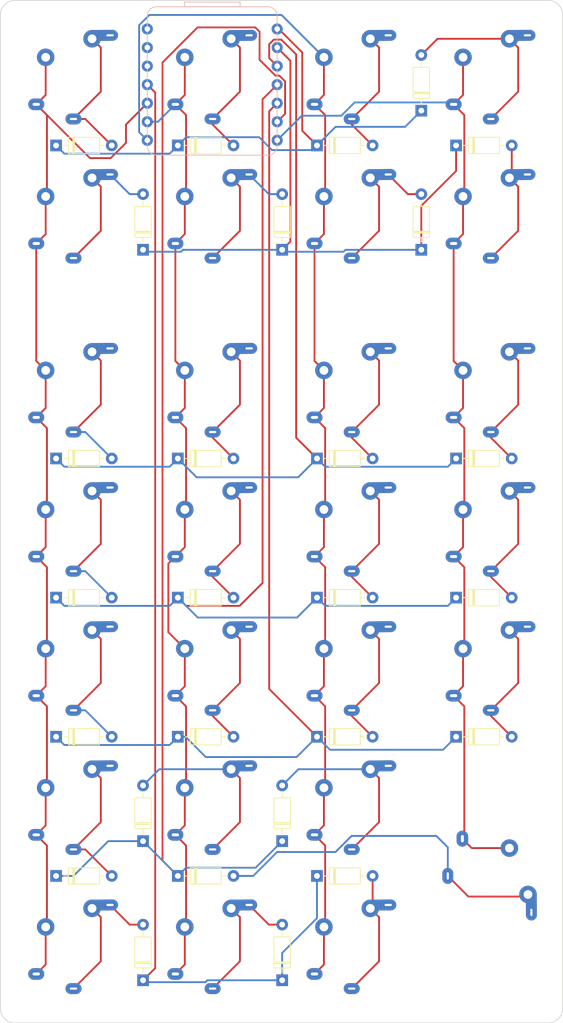
<source format=kicad_pcb>
(kicad_pcb (version 20221018) (generator pcbnew)
  (layers (0 "F.Cu" signal) (31 "B.Cu" signal) (34 "B.Paste" user) (35 "F.Paste" user) (36 "B.SilkS" user "B.Silkscreen") (37 "F.SilkS" user "F.Silkscreen") (38 "B.Mask" user) (39 "F.Mask" user) (44 "Edge.Cuts" user))
  (net 0 "")
  (net 1 "ROW1")
  (net 2 "Net-(D1-A)")
  (net 3 "Net-(D2-A)")
  (net 4 "Net-(D3-A)")
  (net 5 "Net-(D4-A)")
  (net 6 "ROW2")
  (net 7 "Net-(D5-A)")
  (net 8 "Net-(D6-A)")
  (net 9 "Net-(D7-A)")
  (net 10 "Net-(D8-A)")
  (net 11 "ROW3")
  (net 12 "Net-(D9-A)")
  (net 13 "Net-(D10-A)")
  (net 14 "Net-(D11-A)")
  (net 15 "Net-(D12-A)")
  (net 16 "ROW4")
  (net 17 "Net-(D13-A)")
  (net 18 "Net-(D14-A)")
  (net 19 "Net-(D15-A)")
  (net 20 "Net-(D16-A)")
  (net 21 "ROW5")
  (net 22 "Net-(D17-A)")
  (net 23 "Net-(D18-A)")
  (net 24 "Net-(D19-A)")
  (net 25 "Net-(D20-A)")
  (net 26 "ROW6")
  (net 27 "Net-(D21-A)")
  (net 28 "Net-(D22-A)")
  (net 29 "Net-(D23-A)")
  (net 30 "Net-(D24-A)")
  (net 31 "ROW7")
  (net 32 "Net-(D25-A)")
  (net 33 "Net-(D26-A)")
  (net 34 "Net-(D27-A)")
  (net 35 "COL1")
  (net 36 "COL2")
  (net 37 "COL3")
  (net 38 "COL4")
  (net 39 "VCC")
  (net 40 "GND")
  (footprint "Diode_THT:D_DO-35_SOD27_P7.62mm_Horizontal" (layer "F.Cu") (at 152.4 42.8625)
    (fp_text reference "D8" hide)
    (fp_text value "1N4448" hide)
  )
  (footprint "foostan/kbd:CherryMX_ChocV2_1u" (layer "F.Cu") (at 138.1125 133.35)
    (fp_text reference "SW23" hide)
    (fp_text value "SW_PUSH" hide)
  )
  (footprint "foostan/kbd:CherryMX_ChocV2_1u" (layer "F.Cu") (at 157.1625 33.3375)
    (fp_text reference "SW4" hide)
    (fp_text value "SW_PUSH" hide)
  )
  (footprint "Diode_THT:D_DO-35_SOD27_P7.62mm_Horizontal" (layer "F.Cu") (at 97.63125 142.875)
    (fp_text reference "D21" hide)
    (fp_text value "1N4448" hide)
  )
  (footprint "foostan/kbd:CherryMX_ChocV2_1u" (layer "F.Cu") (at 119.0625 152.4)
    (fp_text reference "SW26" hide)
    (fp_text value "SW_PUSH" hide)
  )
  (footprint "Diode_THT:D_DO-35_SOD27_P7.62mm_Horizontal" (layer "F.Cu") (at 128.5875 57.15 90)
    (fp_text reference "D6" hide)
    (fp_text value "1N4448" hide)
  )
  (footprint "Diode_THT:D_DO-35_SOD27_P7.62mm_Horizontal" (layer "F.Cu") (at 114.3 104.775)
    (fp_text reference "D14" hide)
    (fp_text value "1N4448" hide)
  )
  (footprint "Diode_THT:D_DO-35_SOD27_P7.62mm_Horizontal" (layer "F.Cu") (at 97.63125 104.775)
    (fp_text reference "D13" hide)
    (fp_text value "1N4448" hide)
  )
  (footprint "foostan/kbd:CherryMX_ChocV2_1u" (layer "F.Cu") (at 138.1125 114.3)
    (fp_text reference "SW19" hide)
    (fp_text value "SW_PUSH" hide)
  )
  (footprint "foostan/kbd:CherryMX_ChocV2_1u" (layer "F.Cu") (at 119.0625 95.25)
    (fp_text reference "SW14" hide)
    (fp_text value "SW_PUSH" hide)
  )
  (footprint "Diode_THT:D_DO-35_SOD27_P7.62mm_Horizontal" (layer "F.Cu") (at 147.6375 57.15 90)
    (fp_text reference "D7" hide)
    (fp_text value "1N4448" hide)
  )
  (footprint "foostan/kbd:CherryMX_ChocV2_1u" (layer "F.Cu") (at 119.0625 33.3375)
    (fp_text reference "SW2" hide)
    (fp_text value "SW_PUSH" hide)
  )
  (footprint "foostan/kbd:CherryMX_ChocV2_1u" (layer "F.Cu") (at 157.1625 95.25)
    (fp_text reference "SW16" hide)
    (fp_text value "SW_PUSH" hide)
  )
  (footprint "xiao:CherryMX_ChocV2_1u_with_2u_stabilizer" (layer "F.Cu") (at 157.1625 142.875 -90)
    (fp_text reference "SW24" hide)
    (fp_text value "SW_PUSH" hide)
  )
  (footprint "Diode_THT:D_DO-35_SOD27_P7.62mm_Horizontal" (layer "F.Cu") (at 152.4 85.725)
    (fp_text reference "D12" hide)
    (fp_text value "1N4448" hide)
  )
  (footprint "MountingHole:MountingHole_2.2mm_M2" (layer "F.Cu") (at 145.25625 142.875)
    (fp_text reference "H7" hide)
    (fp_text value "MountingHole" hide)
  )
  (footprint "foostan/kbd:CherryMX_ChocV2_1u" (layer "F.Cu") (at 157.1625 114.3)
    (fp_text reference "SW20" hide)
    (fp_text value "SW_PUSH" hide)
  )
  (footprint "foostan/kbd:CherryMX_ChocV2_1u" (layer "F.Cu") (at 138.1125 33.3375)
    (fp_text reference "SW3" hide)
    (fp_text value "SW_PUSH" hide)
  )
  (footprint "Diode_THT:D_DO-35_SOD27_P7.62mm_Horizontal" (layer "F.Cu") (at 109.5375 57.15 90)
    (fp_text reference "D5" hide)
    (fp_text value "1N4448" hide)
  )
  (footprint "foostan/kbd:CherryMX_ChocV2_1u" (layer "F.Cu") (at 157.1625 76.2)
    (fp_text reference "SW12" hide)
    (fp_text value "SW_PUSH" hide)
  )
  (footprint "foostan/kbd:CherryMX_ChocV2_1u" (layer "F.Cu") (at 119.0625 76.2)
    (fp_text reference "SW10" hide)
    (fp_text value "SW_PUSH" hide)
  )
  (footprint "MountingHole:MountingHole_2.2mm_M2" (layer "F.Cu") (at 164.30625 85.725)
    (fp_text reference "H5" hide)
    (fp_text value "MountingHole" hide)
  )
  (footprint "Diode_THT:D_DO-35_SOD27_P7.62mm_Horizontal" (layer "F.Cu") (at 97.63125 42.8625)
    (fp_text reference "D1" hide)
    (fp_text value "1N4448" hide)
  )
  (footprint "MountingHole:MountingHole_2.2mm_M2" (layer "F.Cu") (at 128.5875 85.725)
    (fp_text reference "H8" hide)
    (fp_text value "MountingHole" hide)
  )
  (footprint "Diode_THT:D_DO-35_SOD27_P7.62mm_Horizontal" (layer "F.Cu") (at 128.5875 138.1125 90)
    (fp_text reference "D23" hide)
    (fp_text value "1N4448" hide)
  )
  (footprint "Diode_THT:D_DO-35_SOD27_P7.62mm_Horizontal" (layer "F.Cu") (at 128.5875 157.1625 90)
    (fp_text reference "D26" hide)
    (fp_text value "1N4448" hide)
  )
  (footprint "Diode_THT:D_DO-35_SOD27_P7.62mm_Horizontal" (layer "F.Cu") (at 114.3 142.875)
    (fp_text reference "D24" hide)
    (fp_text value "1N4448" hide)
  )
  (footprint "Diode_THT:D_DO-35_SOD27_P7.62mm_Horizontal" (layer "F.Cu") (at 133.35 42.8625)
    (fp_text reference "D3" hide)
    (fp_text value "1N4448" hide)
  )
  (footprint "foostan/kbd:CherryMX_ChocV2_1u" (layer "F.Cu") (at 100.0125 33.3375)
    (fp_text reference "SW1" hide)
    (fp_text value "SW_PUSH" hide)
  )
  (footprint "MountingHole:MountingHole_2.2mm_M2" (layer "F.Cu") (at 164.30625 123.825)
    (fp_text reference "H6" hide)
    (fp_text value "MountingHole" hide)
  )
  (footprint "Diode_THT:D_DO-35_SOD27_P7.62mm_Horizontal" (layer "F.Cu") (at 109.5375 138.1125 90)
    (fp_text reference "D22" hide)
    (fp_text value "1N4448" hide)
  )
  (footprint "foostan/kbd:CherryMX_ChocV2_1u" (layer "F.Cu") (at 100.0125 76.2)
    (fp_text reference "SW9" hide)
    (fp_text value "SW_PUSH" hide)
  )
  (footprint "Diode_THT:D_DO-35_SOD27_P7.62mm_Horizontal" (layer "F.Cu") (at 133.35 85.725)
    (fp_text reference "D11" hide)
    (fp_text value "1N4448" hide)
  )
  (footprint "Diode_THT:D_DO-35_SOD27_P7.62mm_Horizontal" (layer "F.Cu") (at 147.6375 38.1 90)
    (fp_text reference "D4" hide)
    (fp_text value "1N4448" hide)
  )
  (footprint "Diode_THT:D_DO-35_SOD27_P7.62mm_Horizontal" (layer "F.Cu") (at 97.63125 123.825)
    (fp_text reference "D17" hide)
    (fp_text value "1N4448" hide)
  )
  (footprint "foostan/kbd:CherryMX_ChocV2_1u" (layer "F.Cu") (at 138.1125 152.4)
    (fp_text reference "SW27" hide)
    (fp_text value "SW_PUSH" hide)
  )
  (footprint "foostan/kbd:CherryMX_ChocV2_1u" (layer "F.Cu") (at 119.0625 114.3)
    (fp_text reference "SW18" hide)
    (fp_text value "SW_PUSH" hide)
  )
  (footprint "foostan/kbd:CherryMX_ChocV2_1u" (layer "F.Cu") (at 138.1125 76.2)
    (fp_text reference "SW11" hide)
    (fp_text value "SW_PUSH" hide)
  )
  (footprint "Diode_THT:D_DO-35_SOD27_P7.62mm_Horizontal" (layer "F.Cu") (at 152.4 123.825)
    (fp_text reference "D20" hide)
    (fp_text value "1N4448" hide)
  )
  (footprint "foostan/kbd:CherryMX_ChocV2_1u" (layer "F.Cu") (at 100.0125 152.4)
    (fp_text reference "SW25" hide)
    (fp_text value "SW_PUSH" hide)
  )
  (footprint "foostan/kbd:CherryMX_ChocV2_1u" (layer "F.Cu") (at 119.0625 52.3875)
    (fp_text reference "SW6" hide)
    (fp_text value "SW_PUSH" hide)
  )
  (footprint "foostan/kbd:CherryMX_ChocV2_1u" (layer "F.Cu") (at 138.1125 95.25)
    (fp_text reference "SW15" hide)
    (fp_text value "SW_PUSH" hide)
  )
  (footprint "foostan/kbd:CherryMX_ChocV2_1u" (layer "F.Cu") (at 100.0125 52.3875)
    (fp_text reference "SW5" hide)
    (fp_text value "SW_PUSH" hide)
  )
  (footprint "foostan/kbd:CherryMX_ChocV2_1u" (layer "F.Cu") (at 119.0625 133.35)
    (fp_text reference "SW22" hide)
    (fp_text value "SW_PUSH" hide)
  )
  (footprint "foostan/kbd:CherryMX_ChocV2_1u" (layer "F.Cu") (at 100.0125 114.3)
    (fp_text reference "SW17" hide)
    (fp_text value "SW_PUSH" hide)
  )
  (footprint "Diode_THT:D_DO-35_SOD27_P7.62mm_Horizontal" (layer "F.Cu") (at 133.35 123.825)
    (fp_text reference "D19" hide)
    (fp_text value "1N4448" hide)
  )
  (footprint "Diode_THT:D_DO-35_SOD27_P7.62mm_Horizontal" (layer "F.Cu") (at 97.63125 85.725)
    (fp_text reference "D9" hide)
    (fp_text value "1N4448" hide)
  )
  (footprint "MountingHole:MountingHole_2.2mm_M2" (layer "F.Cu") (at 92.86875 85.725)
    (fp_text reference "H2" hide)
    (fp_text value "MountingHole" hide)
  )
  (footprint "Diode_THT:D_DO-35_SOD27_P7.62mm_Horizontal" (layer "F.Cu") (at 109.5375 157.1625 90)
    (fp_text reference "D25" hide)
    (fp_text value "1N4448" hide)
  )
  (footprint "Diode_THT:D_DO-35_SOD27_P7.62mm_Horizontal" (layer "F.Cu") (at 114.3 85.725)
    (fp_text reference "D10" hide)
    (fp_text value "1N4448" hide)
  )
  (footprint "Diode_THT:D_DO-35_SOD27_P7.62mm_Horizontal" (layer "F.Cu") (at 133.35 104.775)
    (fp_text reference "D15" hide)
    (fp_text value "1N4448" hide)
  )
  (footprint "foostan/kbd:CherryMX_ChocV2_1u" (layer "F.Cu") (at 100.0125 95.25)
    (fp_text reference "SW13" hide)
    (fp_text value "SW_PUSH" hide)
  )
  (footprint "MountingHole:MountingHole_2.2mm_M2" (layer "F.Cu") (at 92.86875 42.8625)
    (fp_text reference "H1" hide)
    (fp_text value "MountingHole" hide)
  )
  (footprint "Diode_THT:D_DO-35_SOD27_P7.62mm_Horizontal" (layer "F.Cu") (at 133.35 142.875)
    (fp_text reference "D27" hide)
    (fp_text value "1N4448" hide)
  )
  (footprint "foostan/kbd:CherryMX_ChocV2_1u" (layer "F.Cu") (at 138.1125 52.3875)
    (fp_text reference "SW7" hide)
    (fp_text value "SW_PUSH" hide)
  )
  (footprint "Diode_THT:D_DO-35_SOD27_P7.62mm_Horizontal" (layer "F.Cu") (at 152.4 104.775)
    (fp_text reference "D16" hide)
    (fp_text value "1N4448" hide)
  )
  (footprint "Diode_THT:D_DO-35_SOD27_P7.62mm_Horizontal" (layer "F.Cu") (at 114.3 42.8625)
    (fp_text reference "D2" hide)
    (fp_text value "1N4448" hide)
  )
  (footprint "MountingHole:MountingHole_2.2mm_M2" (layer "F.Cu") (at 164.30625 42.8625)
    (fp_text reference "H4" hide)
    (fp_text value "MountingHole" hide)
  )
  (footprint "MountingHole:MountingHole_2.2mm_M2" (layer "F.Cu") (at 92.86875 142.875)
    (fp_text reference "H3" hide)
    (fp_text value "MountingHole" hide)
  )
  (footprint "foostan/kbd:CherryMX_ChocV2_1u" (layer "F.Cu") (at 157.1625 52.3875)
    (fp_text reference "SW8" hide)
    (fp_text value "SW_PUSH" hide)
  )
  (footprint "foostan/kbd:CherryMX_ChocV2_1u" (layer "F.Cu") (at 100.0125 133.35)
    (fp_text reference "SW21" hide)
    (fp_text value "SW_PUSH" hide)
  )
  (footprint "Diode_THT:D_DO-35_SOD27_P7.62mm_Horizontal" (layer "F.Cu") (at 114.3 123.825)
    (fp_text reference "D18" hide)
    (fp_text value "1N4448" hide)
  )
  (footprint "xiao:xiao-wide" (layer "B.Cu") (at 117.74 47.24 180)
    (fp_text reference "U1" hide)
    (fp_text value "102010388" hide)
  )
  (gr_line (start 90 25) (end 90 161) (stroke (width 0.1)) (layer "Edge.Cuts"))
  (gr_line (start 165 23) (end 92 23) (stroke (width 0.1)) (layer "Edge.Cuts"))
  (gr_line (start 167 161) (end 167 25) (stroke (width 0.1)) (layer "Edge.Cuts"))
  (gr_arc (start 167 161) (mid 166.414214 162.414214) (end 165 163) (stroke (width 0.1)) (layer "Edge.Cuts"))
  (gr_arc (start 92 163) (mid 90.585786 162.414214) (end 90 161) (stroke (width 0.1)) (layer "Edge.Cuts"))
  (gr_arc (start 90 25) (mid 90.585786 23.585786) (end 92 23) (stroke (width 0.1)) (layer "Edge.Cuts"))
  (gr_arc (start 165 23) (mid 166.414214 23.585786) (end 167 25) (stroke (width 0.1)) (layer "Edge.Cuts"))
  (gr_line (start 92 163) (end 165 163) (stroke (width 0.1)) (layer "Edge.Cuts"))
  (segment (start 131.3375 40.85) (end 133.35 42.8625) (width 0.25) (layer "F.Cu") (net 1))
  (segment (start 128.12 26.92) (end 131.3375 30.1375) (width 0.25) (layer "F.Cu") (net 1))
  (segment (start 131.3375 30.1375) (end 131.3375 40.85) (width 0.25) (layer "F.Cu") (net 1))
  (segment (start 127.9 26.92) (end 128.12 26.92) (width 0.25) (layer "F.Cu") (net 1))
  (segment (start 127.2 43.5) (end 132.7125 43.5) (width 0.25) (layer "B.Cu") (net 1))
  (segment (start 113.175 43.9875) (end 98.75625 43.9875) (width 0.25) (layer "B.Cu") (net 1))
  (segment (start 114.3 42.8625) (end 115.425 41.7375) (width 0.25) (layer "B.Cu") (net 1))
  (segment (start 135.9 40.3125) (end 133.35 42.8625) (width 0.25) (layer "B.Cu") (net 1))
  (segment (start 147.6375 38.1) (end 145.425 40.3125) (width 0.25) (layer "B.Cu") (net 1))
  (segment (start 98.75625 43.9875) (end 97.63125 42.8625) (width 0.25) (layer "B.Cu") (net 1))
  (segment (start 125.4375 41.7375) (end 127.2 43.5) (width 0.25) (layer "B.Cu") (net 1))
  (segment (start 132.7125 43.5) (end 133.35 42.8625) (width 0.25) (layer "B.Cu") (net 1))
  (segment (start 115.425 41.7375) (end 125.4375 41.7375) (width 0.25) (layer "B.Cu") (net 1))
  (segment (start 145.425 40.3125) (end 135.9 40.3125) (width 0.25) (layer "B.Cu") (net 1))
  (segment (start 114.3 42.8625) (end 113.175 43.9875) (width 0.25) (layer "B.Cu") (net 1))
  (segment (start 100.0125 39.2375) (end 101.62625 39.2375) (width 0.25) (layer "F.Cu") (net 2))
  (segment (start 103.7525 29.4575) (end 103.7525 35.4975) (width 0.25) (layer "F.Cu") (net 2))
  (segment (start 101.62625 39.2375) (end 105.25125 42.8625) (width 0.25) (layer "F.Cu") (net 2))
  (segment (start 103.7525 35.4975) (end 100.0125 39.2375) (width 0.25) (layer "F.Cu") (net 2))
  (segment (start 102.5525 28.2575) (end 103.7525 29.4575) (width 0.25) (layer "F.Cu") (net 2))
  (segment (start 122.8025 35.4975) (end 119.0625 39.2375) (width 0.25) (layer "F.Cu") (net 3))
  (segment (start 119.0625 39.2375) (end 119.0625 40.005) (width 0.25) (layer "F.Cu") (net 3))
  (segment (start 121.6025 28.2575) (end 122.8025 29.4575) (width 0.25) (layer "F.Cu") (net 3))
  (segment (start 119.0625 40.005) (end 121.92 42.8625) (width 0.25) (layer "F.Cu") (net 3))
  (segment (start 122.8025 29.4575) (end 122.8025 35.4975) (width 0.25) (layer "F.Cu") (net 3))
  (segment (start 141.8525 35.4975) (end 138.1125 39.2375) (width 0.25) (layer "F.Cu") (net 4))
  (segment (start 140.6525 28.2575) (end 141.8525 29.4575) (width 0.25) (layer "F.Cu") (net 4))
  (segment (start 138.1125 39.2375) (end 138.1125 40.005) (width 0.25) (layer "F.Cu") (net 4))
  (segment (start 138.1125 40.005) (end 140.97 42.8625) (width 0.25) (layer "F.Cu") (net 4))
  (segment (start 141.8525 29.4575) (end 141.8525 35.4975) (width 0.25) (layer "F.Cu") (net 4))
  (segment (start 160.9025 35.4975) (end 157.1625 39.2375) (width 0.25) (layer "F.Cu") (net 5))
  (segment (start 160.9025 29.4575) (end 160.9025 35.4975) (width 0.25) (layer "F.Cu") (net 5))
  (segment (start 149.86 28.2575) (end 147.6375 30.48) (width 0.25) (layer "F.Cu") (net 5))
  (segment (start 159.7025 28.2575) (end 160.9025 29.4575) (width 0.25) (layer "F.Cu") (net 5))
  (segment (start 159.7025 28.2575) (end 149.86 28.2575) (width 0.25) (layer "F.Cu") (net 5))
  (segment (start 129.7125 56.025) (end 129.7125 31.2725) (width 0.25) (layer "F.Cu") (net 6))
  (segment (start 128.5875 57.15) (end 129.7125 56.025) (width 0.25) (layer "F.Cu") (net 6))
  (segment (start 152.4 42.8625) (end 152.4 46.358491) (width 0.25) (layer "F.Cu") (net 6))
  (segment (start 152.4 46.358491) (end 147.6375 51.120991) (width 0.25) (layer "F.Cu") (net 6))
  (segment (start 147.6375 51.120991) (end 147.6375 57.15) (width 0.25) (layer "F.Cu") (net 6))
  (segment (start 129.7125 31.2725) (end 127.9 29.46) (width 0.25) (layer "F.Cu") (net 6))
  (segment (start 109.8 57.4125) (end 114.72849 57.4125) (width 0.25) (layer "B.Cu") (net 6))
  (segment (start 109.5375 57.15) (end 109.8 57.4125) (width 0.25) (layer "B.Cu") (net 6))
  (segment (start 136.9875 57.4125) (end 137.25 57.15) (width 0.25) (layer "B.Cu") (net 6))
  (segment (start 114.72849 57.4125) (end 114.99099 57.15) (width 0.25) (layer "B.Cu") (net 6))
  (segment (start 137.25 57.15) (end 147.6375 57.15) (width 0.25) (layer "B.Cu") (net 6))
  (segment (start 114.99099 57.15) (end 128.5875 57.15) (width 0.25) (layer "B.Cu") (net 6))
  (segment (start 128.85 57.4125) (end 136.9875 57.4125) (width 0.25) (layer "B.Cu") (net 6))
  (segment (start 128.5875 57.15) (end 128.85 57.4125) (width 0.25) (layer "B.Cu") (net 6))
  (segment (start 102.5525 47.3075) (end 103.7525 48.5075) (width 0.25) (layer "F.Cu") (net 7))
  (segment (start 103.7525 54.5475) (end 100.0125 58.2875) (width 0.25) (layer "F.Cu") (net 7))
  (segment (start 103.7525 48.5075) (end 103.7525 54.5475) (width 0.25) (layer "F.Cu") (net 7))
  (segment (start 107.705 49.53) (end 109.5375 49.53) (width 0.25) (layer "B.Cu") (net 7))
  (segment (start 105.0125 46.8375) (end 107.705 49.53) (width 0.25) (layer "B.Cu") (net 7))
  (segment (start 121.6025 47.3075) (end 122.8025 48.5075) (width 0.25) (layer "F.Cu") (net 8))
  (segment (start 122.8025 48.5075) (end 122.8025 54.5475) (width 0.25) (layer "F.Cu") (net 8))
  (segment (start 122.8025 54.5475) (end 119.0625 58.2875) (width 0.25) (layer "F.Cu") (net 8))
  (segment (start 124.0625 46.8375) (end 126.755 49.53) (width 0.25) (layer "B.Cu") (net 8))
  (segment (start 126.755 49.53) (end 128.5875 49.53) (width 0.25) (layer "B.Cu") (net 8))
  (segment (start 141.8525 48.5075) (end 141.8525 54.5475) (width 0.25) (layer "F.Cu") (net 9))
  (segment (start 143.1125 46.8375) (end 145.805 49.53) (width 0.25) (layer "F.Cu") (net 9))
  (segment (start 145.805 49.53) (end 147.6375 49.53) (width 0.25) (layer "F.Cu") (net 9))
  (segment (start 141.8525 54.5475) (end 138.1125 58.2875) (width 0.25) (layer "F.Cu") (net 9))
  (segment (start 140.6525 47.3075) (end 141.8525 48.5075) (width 0.25) (layer "F.Cu") (net 9))
  (segment (start 160.9025 54.5475) (end 157.1625 58.2875) (width 0.25) (layer "F.Cu") (net 10))
  (segment (start 160.02 46.99) (end 159.7025 47.3075) (width 0.25) (layer "F.Cu") (net 10))
  (segment (start 160.9025 48.5075) (end 160.9025 54.5475) (width 0.25) (layer "F.Cu") (net 10))
  (segment (start 160.02 42.8625) (end 160.02 46.99) (width 0.25) (layer "F.Cu") (net 10))
  (segment (start 159.7025 47.3075) (end 160.9025 48.5075) (width 0.25) (layer "F.Cu") (net 10))
  (segment (start 127.449749 28.373) (end 128.473 28.373) (width 0.25) (layer "F.Cu") (net 11))
  (segment (start 130.5 30.4) (end 130.5 82.875) (width 0.25) (layer "F.Cu") (net 11))
  (segment (start 126.813 29.009749) (end 127.449749 28.373) (width 0.25) (layer "F.Cu") (net 11))
  (segment (start 128.473 28.373) (end 130.5 30.4) (width 0.25) (layer "F.Cu") (net 11))
  (segment (start 126.813 30.913) (end 126.813 29.009749) (width 0.25) (layer "F.Cu") (net 11))
  (segment (start 127.9 32) (end 126.813 30.913) (width 0.25) (layer "F.Cu") (net 11))
  (segment (start 130.5 82.875) (end 133.35 85.725) (width 0.25) (layer "F.Cu") (net 11))
  (segment (start 113.175 86.85) (end 98.75625 86.85) (width 0.25) (layer "B.Cu") (net 11))
  (segment (start 134.475 86.85) (end 151.275 86.85) (width 0.25) (layer "B.Cu") (net 11))
  (segment (start 114.3 85.725) (end 116.875 88.3) (width 0.25) (layer "B.Cu") (net 11))
  (segment (start 133.35 85.725) (end 134.475 86.85) (width 0.25) (layer "B.Cu") (net 11))
  (segment (start 116.875 88.3) (end 130.775 88.3) (width 0.25) (layer "B.Cu") (net 11))
  (segment (start 98.75625 86.85) (end 97.63125 85.725) (width 0.25) (layer "B.Cu") (net 11))
  (segment (start 114.3 85.725) (end 113.175 86.85) (width 0.25) (layer "B.Cu") (net 11))
  (segment (start 151.275 86.85) (end 152.4 85.725) (width 0.25) (layer "B.Cu") (net 11))
  (segment (start 130.775 88.3) (end 133.35 85.725) (width 0.25) (layer "B.Cu") (net 11))
  (segment (start 103.7525 78.36) (end 100.0125 82.1) (width 0.25) (layer "F.Cu") (net 12))
  (segment (start 102.5525 71.12) (end 103.7525 72.32) (width 0.25) (layer "F.Cu") (net 12))
  (segment (start 103.7525 72.32) (end 103.7525 78.36) (width 0.25) (layer "F.Cu") (net 12))
  (segment (start 101.62625 82.1) (end 105.25125 85.725) (width 0.25) (layer "B.Cu") (net 12))
  (segment (start 100.0125 82.1) (end 101.62625 82.1) (width 0.25) (layer "B.Cu") (net 12))
  (segment (start 122.8025 78.36) (end 119.0625 82.1) (width 0.25) (layer "F.Cu") (net 13))
  (segment (start 121.6025 71.12) (end 122.8025 72.32) (width 0.25) (layer "F.Cu") (net 13))
  (segment (start 119.0625 82.8675) (end 121.92 85.725) (width 0.25) (layer "F.Cu") (net 13))
  (segment (start 122.8025 72.32) (end 122.8025 78.36) (width 0.25) (layer "F.Cu") (net 13))
  (segment (start 119.0625 82.1) (end 119.0625 82.8675) (width 0.25) (layer "F.Cu") (net 13))
  (segment (start 138.1125 82.8675) (end 140.97 85.725) (width 0.25) (layer "F.Cu") (net 14))
  (segment (start 141.8525 78.36) (end 138.1125 82.1) (width 0.25) (layer "F.Cu") (net 14))
  (segment (start 138.1125 82.1) (end 138.1125 82.8675) (width 0.25) (layer "F.Cu") (net 14))
  (segment (start 140.6525 71.12) (end 141.8525 72.32) (width 0.25) (layer "F.Cu") (net 14))
  (segment (start 141.8525 72.32) (end 141.8525 78.36) (width 0.25) (layer "F.Cu") (net 14))
  (segment (start 160.9025 78.36) (end 157.1625 82.1) (width 0.25) (layer "F.Cu") (net 15))
  (segment (start 157.1625 82.8675) (end 160.02 85.725) (width 0.25) (layer "F.Cu") (net 15))
  (segment (start 160.9025 72.32) (end 160.9025 78.36) (width 0.25) (layer "F.Cu") (net 15))
  (segment (start 157.1625 82.1) (end 157.1625 82.8675) (width 0.25) (layer "F.Cu") (net 15))
  (segment (start 159.7025 71.12) (end 160.9025 72.32) (width 0.25) (layer "F.Cu") (net 15))
  (segment (start 125.9 102.763) (end 125.9 36.54) (width 0.25) (layer "F.Cu") (net 16))
  (segment (start 125.9 36.54) (end 127.9 34.54) (width 0.25) (layer "F.Cu") (net 16))
  (segment (start 114.3 104.775) (end 115.425 105.9) (width 0.25) (layer "F.Cu") (net 16))
  (segment (start 115.425 105.9) (end 122.763 105.9) (width 0.25) (layer "F.Cu") (net 16))
  (segment (start 122.763 105.9) (end 125.9 102.763) (width 0.25) (layer "F.Cu") (net 16))
  (segment (start 113.175 105.9) (end 98.75625 105.9) (width 0.25) (layer "B.Cu") (net 16))
  (segment (start 117.025 107.5) (end 130.625 107.5) (width 0.25) (layer "B.Cu") (net 16))
  (segment (start 114.3 104.775) (end 113.175 105.9) (width 0.25) (layer "B.Cu") (net 16))
  (segment (start 134.475 105.9) (end 151.275 105.9) (width 0.25) (layer "B.Cu") (net 16))
  (segment (start 133.35 104.775) (end 134.475 105.9) (width 0.25) (layer "B.Cu") (net 16))
  (segment (start 130.625 107.5) (end 133.35 104.775) (width 0.25) (layer "B.Cu") (net 16))
  (segment (start 151.275 105.9) (end 152.4 104.775) (width 0.25) (layer "B.Cu") (net 16))
  (segment (start 98.75625 105.9) (end 97.63125 104.775) (width 0.25) (layer "B.Cu") (net 16))
  (segment (start 114.3 104.775) (end 117.025 107.5) (width 0.25) (layer "B.Cu") (net 16))
  (segment (start 103.7525 91.37) (end 103.7525 97.41) (width 0.25) (layer "F.Cu") (net 17))
  (segment (start 102.5525 90.17) (end 103.7525 91.37) (width 0.25) (layer "F.Cu") (net 17))
  (segment (start 103.7525 97.41) (end 100.0125 101.15) (width 0.25) (layer "F.Cu") (net 17))
  (segment (start 101.62625 101.15) (end 105.25125 104.775) (width 0.25) (layer "B.Cu") (net 17))
  (segment (start 100.0125 101.15) (end 101.62625 101.15) (width 0.25) (layer "B.Cu") (net 17))
  (segment (start 122.8025 97.41) (end 119.0625 101.15) (width 0.25) (layer "F.Cu") (net 18))
  (segment (start 122.8025 91.37) (end 122.8025 97.41) (width 0.25) (layer "F.Cu") (net 18))
  (segment (start 119.0625 101.9175) (end 121.92 104.775) (width 0.25) (layer "F.Cu") (net 18))
  (segment (start 119.0625 101.15) (end 119.0625 101.9175) (width 0.25) (layer "F.Cu") (net 18))
  (segment (start 121.6025 90.17) (end 122.8025 91.37) (width 0.25) (layer "F.Cu") (net 18))
  (segment (start 141.8525 97.41) (end 138.1125 101.15) (width 0.25) (layer "F.Cu") (net 19))
  (segment (start 138.1125 101.15) (end 138.1125 101.9175) (width 0.25) (layer "F.Cu") (net 19))
  (segment (start 140.6525 90.17) (end 141.8525 91.37) (width 0.25) (layer "F.Cu") (net 19))
  (segment (start 141.8525 91.37) (end 141.8525 97.41) (width 0.25) (layer "F.Cu") (net 19))
  (segment (start 138.1125 101.9175) (end 140.97 104.775) (width 0.25) (layer "F.Cu") (net 19))
  (segment (start 159.7025 90.17) (end 160.9025 91.37) (width 0.25) (layer "F.Cu") (net 20))
  (segment (start 160.9025 97.41) (end 157.1625 101.15) (width 0.25) (layer "F.Cu") (net 20))
  (segment (start 157.1625 101.9175) (end 160.02 104.775) (width 0.25) (layer "F.Cu") (net 20))
  (segment (start 160.9025 91.37) (end 160.9025 97.41) (width 0.25) (layer "F.Cu") (net 20))
  (segment (start 157.1625 101.15) (end 157.1625 101.9175) (width 0.25) (layer "F.Cu") (net 20))
  (segment (start 127.9 37.08) (end 126.813 38.167) (width 0.25) (layer "F.Cu") (net 21))
  (segment (start 126.813 38.167) (end 126.813 117.288) (width 0.25) (layer "F.Cu") (net 21))
  (segment (start 126.813 117.288) (end 133.35 123.825) (width 0.25) (layer "F.Cu") (net 21))
  (segment (start 135.125 125.6) (end 150.625 125.6) (width 0.25) (layer "B.Cu") (net 21))
  (segment (start 118.125 126.6) (end 130.575 126.6) (width 0.25) (layer "B.Cu") (net 21))
  (segment (start 115.35 123.825) (end 118.125 126.6) (width 0.25) (layer "B.Cu") (net 21))
  (segment (start 114.3 123.825) (end 113.175 124.95) (width 0.25) (layer "B.Cu") (net 21))
  (segment (start 150.625 125.6) (end 152.4 123.825) (width 0.25) (layer "B.Cu") (net 21))
  (segment (start 133.35 123.825) (end 135.125 125.6) (width 0.25) (layer "B.Cu") (net 21))
  (segment (start 113.175 124.95) (end 98.75625 124.95) (width 0.25) (layer "B.Cu") (net 21))
  (segment (start 114.3 123.825) (end 115.35 123.825) (width 0.25) (layer "B.Cu") (net 21))
  (segment (start 98.75625 124.95) (end 97.63125 123.825) (width 0.25) (layer "B.Cu") (net 21))
  (segment (start 130.575 126.6) (end 133.35 123.825) (width 0.25) (layer "B.Cu") (net 21))
  (segment (start 103.7525 110.42) (end 103.7525 116.46) (width 0.25) (layer "F.Cu") (net 22))
  (segment (start 102.5525 109.22) (end 103.7525 110.42) (width 0.25) (layer "F.Cu") (net 22))
  (segment (start 103.7525 116.46) (end 100.0125 120.2) (width 0.25) (layer "F.Cu") (net 22))
  (segment (start 101.62625 120.2) (end 105.25125 123.825) (width 0.25) (layer "B.Cu") (net 22))
  (segment (start 100.0125 120.2) (end 101.62625 120.2) (width 0.25) (layer "B.Cu") (net 22))
  (segment (start 121.6025 109.22) (end 122.8025 110.42) (width 0.25) (layer "F.Cu") (net 23))
  (segment (start 122.8025 110.42) (end 122.8025 116.46) (width 0.25) (layer "F.Cu") (net 23))
  (segment (start 119.0625 120.9675) (end 121.92 123.825) (width 0.25) (layer "F.Cu") (net 23))
  (segment (start 122.8025 116.46) (end 119.0625 120.2) (width 0.25) (layer "F.Cu") (net 23))
  (segment (start 119.0625 120.2) (end 119.0625 120.9675) (width 0.25) (layer "F.Cu") (net 23))
  (segment (start 141.8525 116.46) (end 138.1125 120.2) (width 0.25) (layer "F.Cu") (net 24))
  (segment (start 138.1125 120.2) (end 138.1125 120.9675) (width 0.25) (layer "F.Cu") (net 24))
  (segment (start 138.1125 120.9675) (end 140.97 123.825) (width 0.25) (layer "F.Cu") (net 24))
  (segment (start 141.8525 110.42) (end 141.8525 116.46) (width 0.25) (layer "F.Cu") (net 24))
  (segment (start 140.6525 109.22) (end 141.8525 110.42) (width 0.25) (layer "F.Cu") (net 24))
  (segment (start 160.9025 110.42) (end 160.9025 116.46) (width 0.25) (layer "F.Cu") (net 25))
  (segment (start 160.9025 116.46) (end 157.1625 120.2) (width 0.25) (layer "F.Cu") (net 25))
  (segment (start 159.7025 109.22) (end 160.9025 110.42) (width 0.25) (layer "F.Cu") (net 25))
  (segment (start 157.1625 120.2) (end 157.1625 120.9675) (width 0.25) (layer "F.Cu") (net 25))
  (segment (start 157.1625 120.9675) (end 160.02 123.825) (width 0.25) (layer "F.Cu") (net 25))
  (segment (start 128.197251 33.3) (end 127.662749 33.3) (width 0.25) (layer "F.Cu") (net 26))
  (segment (start 128.987 38.533) (end 128.987 34.089749) (width 0.25) (layer "F.Cu") (net 26))
  (segment (start 125.491332 31.128583) (end 125.491332 27.291332) (width 0.25) (layer "F.Cu") (net 26))
  (segment (start 127.662749 33.3) (end 125.491332 31.128583) (width 0.25) (layer "F.Cu") (net 26))
  (segment (start 125.491332 27.291332) (end 124.905601 26.705601) (width 0.25) (layer "F.Cu") (net 26))
  (segment (start 112.2 31.5) (end 112.2 140.775) (width 0.25) (layer "F.Cu") (net 26))
  (segment (start 128.987 34.089749) (end 128.197251 33.3) (width 0.25) (layer "F.Cu") (net 26))
  (segment (start 124.905601 26.705601) (end 116.994399 26.705601) (width 0.25) (layer "F.Cu") (net 26))
  (segment (start 116.994399 26.705601) (end 112.2 31.5) (width 0.25) (layer "F.Cu") (net 26))
  (segment (start 127.9 39.62) (end 128.987 38.533) (width 0.25) (layer "F.Cu") (net 26))
  (segment (start 112.2 140.775) (end 114.3 142.875) (width 0.25) (layer "F.Cu") (net 26))
  (segment (start 109.5375 138.1125) (end 104.775 138.1125) (width 0.25) (layer "B.Cu") (net 26))
  (segment (start 115.425 141.75) (end 124.95 141.75) (width 0.25) (layer "B.Cu") (net 26))
  (segment (start 114.3 142.875) (end 109.5375 138.1125) (width 0.25) (layer "B.Cu") (net 26))
  (segment (start 114.3 142.875) (end 115.425 141.75) (width 0.25) (layer "B.Cu") (net 26))
  (segment (start 100.0125 142.875) (end 97.63125 142.875) (width 0.25) (layer "B.Cu") (net 26))
  (segment (start 104.775 138.1125) (end 100.0125 142.875) (width 0.25) (layer "B.Cu") (net 26))
  (segment (start 124.95 141.75) (end 128.5875 138.1125) (width 0.25) (layer "B.Cu") (net 26))
  (segment (start 103.7525 129.47) (end 103.7525 135.51) (width 0.25) (layer "F.Cu") (net 27))
  (segment (start 102.5525 128.27) (end 103.7525 129.47) (width 0.25) (layer "F.Cu") (net 27))
  (segment (start 101.62625 139.25) (end 105.25125 142.875) (width 0.25) (layer "F.Cu") (net 27))
  (segment (start 100.0125 139.25) (end 101.62625 139.25) (width 0.25) (layer "F.Cu") (net 27))
  (segment (start 103.7525 135.51) (end 100.0125 139.25) (width 0.25) (layer "F.Cu") (net 27))
  (segment (start 121.6025 128.27) (end 122.8025 129.47) (width 0.25) (layer "F.Cu") (net 28))
  (segment (start 122.8025 129.47) (end 122.8025 135.51) (width 0.25) (layer "F.Cu") (net 28))
  (segment (start 122.8025 135.51) (end 119.0625 139.25) (width 0.25) (layer "F.Cu") (net 28))
  (segment (start 109.5375 130.4925) (end 111.76 128.27) (width 0.25) (layer "B.Cu") (net 28))
  (segment (start 111.76 128.27) (end 121.6025 128.27) (width 0.25) (layer "B.Cu") (net 28))
  (segment (start 141.8525 129.47) (end 141.8525 135.51) (width 0.25) (layer "F.Cu") (net 29))
  (segment (start 140.6525 128.27) (end 141.8525 129.47) (width 0.25) (layer "F.Cu") (net 29))
  (segment (start 141.8525 135.51) (end 138.1125 139.25) (width 0.25) (layer "F.Cu") (net 29))
  (segment (start 140.6525 128.27) (end 130.81 128.27) (width 0.25) (layer "B.Cu") (net 29))
  (segment (start 130.81 128.27) (end 128.5875 130.4925) (width 0.25) (layer "B.Cu") (net 29))
  (segment (start 161.9575 145.7) (end 162.2425 145.415) (width 0.25) (layer "F.Cu") (net 30))
  (segment (start 154.0875 145.7) (end 161.9575 145.7) (width 0.25) (layer "F.Cu") (net 30))
  (segment (start 151.2625 142.875) (end 154.0875 145.7) (width 0.25) (layer "F.Cu") (net 30))
  (segment (start 135.89222 139.6) (end 127.9 139.6) (width 0.25) (layer "B.Cu") (net 30))
  (segment (start 151.2625 142.875) (end 151.2625 138.9625) (width 0.25) (layer "B.Cu") (net 30))
  (segment (start 151.2625 138.9625) (end 149.7 137.4) (width 0.25) (layer "B.Cu") (net 30))
  (segment (start 149.7 137.4) (end 138.09222 137.4) (width 0.25) (layer "B.Cu") (net 30))
  (segment (start 127.9 139.6) (end 124.625 142.875) (width 0.25) (layer "B.Cu") (net 30))
  (segment (start 138.09222 137.4) (end 135.89222 139.6) (width 0.25) (layer "B.Cu") (net 30))
  (segment (start 124.625 142.875) (end 121.92 142.875) (width 0.25) (layer "B.Cu") (net 30))
  (segment (start 109.5375 157.1625) (end 111.207 155.493) (width 0.25) (layer "F.Cu") (net 31))
  (segment (start 111.207 155.493) (end 111.207 35.627) (width 0.25) (layer "F.Cu") (net 31))
  (segment (start 111.207 35.627) (end 110.12 34.54) (width 0.25) (layer "F.Cu") (net 31))
  (segment (start 118.32972 157.1625) (end 128.5875 157.1625) (width 0.25) (layer "B.Cu") (net 31))
  (segment (start 109.5375 157.1625) (end 109.8 157.425) (width 0.25) (layer "B.Cu") (net 31))
  (segment (start 133.35 142.875) (end 133.35 148.655824) (width 0.25) (layer "B.Cu") (net 31))
  (segment (start 109.8 157.425) (end 118.06722 157.425) (width 0.25) (layer "B.Cu") (net 31))
  (segment (start 133.35 148.655824) (end 128.5875 153.418324) (width 0.25) (layer "B.Cu") (net 31))
  (segment (start 128.5875 153.418324) (end 128.5875 157.1625) (width 0.25) (layer "B.Cu") (net 31))
  (segment (start 118.06722 157.425) (end 118.32972 157.1625) (width 0.25) (layer "B.Cu") (net 31))
  (segment (start 103.7525 154.56) (end 100.0125 158.3) (width 0.25) (layer "F.Cu") (net 32))
  (segment (start 103.7525 148.52) (end 103.7525 154.56) (width 0.25) (layer "F.Cu") (net 32))
  (segment (start 105.0125 146.85) (end 107.705 149.5425) (width 0.25) (layer "F.Cu") (net 32))
  (segment (start 102.5525 147.32) (end 103.7525 148.52) (width 0.25) (layer "F.Cu") (net 32))
  (segment (start 107.705 149.5425) (end 109.5375 149.5425) (width 0.25) (layer "F.Cu") (net 32))
  (segment (start 122.8025 148.52) (end 122.8025 154.56) (width 0.25) (layer "F.Cu") (net 33))
  (segment (start 128.5875 149.5425) (end 126.755 149.5425) (width 0.25) (layer "F.Cu") (net 33))
  (segment (start 126.755 149.5425) (end 124.0625 146.85) (width 0.25) (layer "F.Cu") (net 33))
  (segment (start 121.6025 147.32) (end 122.8025 148.52) (width 0.25) (layer "F.Cu") (net 33))
  (segment (start 122.8025 154.56) (end 119.0625 158.3) (width 0.25) (layer "F.Cu") (net 33))
  (segment (start 141.8525 148.52) (end 141.8525 154.56) (width 0.25) (layer "F.Cu") (net 34))
  (segment (start 141.8525 154.56) (end 138.1125 158.3) (width 0.25) (layer "F.Cu") (net 34))
  (segment (start 140.97 147.0025) (end 140.6525 147.32) (width 0.25) (layer "F.Cu") (net 34))
  (segment (start 140.6525 147.32) (end 141.8525 148.52) (width 0.25) (layer "F.Cu") (net 34))
  (segment (start 140.97 142.875) (end 140.97 147.0025) (width 0.25) (layer "F.Cu") (net 34))
  (segment (start 94.9125 137.25) (end 96.375 138.7125) (width 0.25) (layer "F.Cu") (net 35))
  (segment (start 94.9125 56.2875) (end 94.9125 72.37) (width 0.25) (layer "F.Cu") (net 35))
  (segment (start 94.9125 37.2375) (end 96.375 38.7) (width 0.25) (layer "F.Cu") (net 35))
  (segment (start 96.2025 111.76) (end 96.2025 116.91) (width 0.25) (layer "F.Cu") (net 35))
  (segment (start 96.375 119.6625) (end 96.375 130.6375) (width 0.25) (layer "F.Cu") (net 35))
  (segment (start 96.2025 130.81) (end 96.2025 135.96) (width 0.25) (layer "F.Cu") (net 35))
  (segment (start 94.9125 80.1) (end 96.375 81.5625) (width 0.25) (layer "F.Cu") (net 35))
  (segment (start 96.375 49.675) (end 96.2025 49.8475) (width 0.25) (layer "F.Cu") (net 35))
  (segment (start 96.375 130.6375) (end 96.2025 130.81) (width 0.25) (layer "F.Cu") (net 35))
  (segment (start 96.2025 78.81) (end 94.9125 80.1) (width 0.25) (layer "F.Cu") (net 35))
  (segment (start 96.375 81.5625) (end 96.375 92.5375) (width 0.25) (layer "F.Cu") (net 35))
  (segment (start 96.2025 135.96) (end 94.9125 137.25) (width 0.25) (layer "F.Cu") (net 35))
  (segment (start 96.375 111.5875) (end 96.2025 111.76) (width 0.25) (layer "F.Cu") (net 35))
  (segment (start 96.2025 116.91) (end 94.9125 118.2) (width 0.25) (layer "F.Cu") (net 35))
  (segment (start 96.375 100.6125) (end 96.375 111.5875) (width 0.25) (layer "F.Cu") (net 35))
  (segment (start 102.275 44.6) (end 105.104741 44.6) (width 0.25) (layer "F.Cu") (net 35))
  (segment (start 94.9125 72.37) (end 96.2025 73.66) (width 0.25) (layer "F.Cu") (net 35))
  (segment (start 96.2025 149.86) (end 96.2025 155.01) (width 0.25) (layer "F.Cu") (net 35))
  (segment (start 105.104741 44.6) (end 107.2 42.504741) (width 0.25) (layer "F.Cu") (net 35))
  (segment (start 96.2025 30.7975) (end 96.2025 35.9475) (width 0.25) (layer "F.Cu") (net 35))
  (segment (start 107.2 42.504741) (end 107.2 40) (width 0.25) (layer "F.Cu") (net 35))
  (segment (start 94.9125 37.2375) (end 102.275 44.6) (width 0.25) (layer "F.Cu") (net 35))
  (segment (start 96.375 92.5375) (end 96.2025 92.71) (width 0.25) (layer "F.Cu") (net 35))
  (segment (start 96.2025 155.01) (end 94.9125 156.3) (width 0.25) (layer "F.Cu") (net 35))
  (segment (start 96.2025 49.8475) (end 96.2025 54.9975) (width 0.25) (layer "F.Cu") (net 35))
  (segment (start 96.375 138.7125) (end 96.375 149.6875) (width 0.25) (layer "F.Cu") (net 35))
  (segment (start 96.2025 35.9475) (end 94.9125 37.2375) (width 0.25) (layer "F.Cu") (net 35))
  (segment (start 94.9125 99.15) (end 96.375 100.6125) (width 0.25) (layer "F.Cu") (net 35))
  (segment (start 96.2025 97.86) (end 94.9125 99.15) (width 0.25) (layer "F.Cu") (net 35))
  (segment (start 96.2025 73.66) (end 96.2025 78.81) (width 0.25) (layer "F.Cu") (net 35))
  (segment (start 96.2025 54.9975) (end 94.9125 56.2875) (width 0.25) (layer "F.Cu") (net 35))
  (segment (start 94.9125 118.2) (end 96.375 119.6625) (width 0.25) (layer "F.Cu") (net 35))
  (segment (start 96.375 149.6875) (end 96.2025 149.86) (width 0.25) (layer "F.Cu") (net 35))
  (segment (start 96.2025 92.71) (end 96.2025 97.86) (width 0.25) (layer "F.Cu") (net 35))
  (segment (start 107.2 40) (end 110.12 37.08) (width 0.25) (layer "F.Cu") (net 35))
  (segment (start 96.375 38.7) (end 96.375 49.675) (width 0.25) (layer "F.Cu") (net 35))
  (segment (start 115.425 92.5375) (end 115.2525 92.71) (width 0.25) (layer "F.Cu") (net 36))
  (segment (start 115.2525 73.66) (end 115.2525 78.81) (width 0.25) (layer "F.Cu") (net 36))
  (segment (start 113.9625 56.2875) (end 113.9625 72.37) (width 0.25) (layer "F.Cu") (net 36))
  (segment (start 113 100.1125) (end 113 109.5075) (width 0.25) (layer "F.Cu") (net 36))
  (segment (start 113.9625 80.1) (end 115.425 81.5625) (width 0.25) (layer "F.Cu") (net 36))
  (segment (start 115.2525 149.86) (end 115.2525 155.01) (width 0.25) (layer "F.Cu") (net 36))
  (segment (start 115.425 119.6625) (end 115.425 130.6375) (width 0.25) (layer "F.Cu") (net 36))
  (segment (start 115.2525 35.9475) (end 113.9625 37.2375) (width 0.25) (layer "F.Cu") (net 36))
  (segment (start 115.2525 49.8475) (end 115.2525 54.9975) (width 0.25) (layer "F.Cu") (net 36))
  (segment (start 113.9625 72.37) (end 115.2525 73.66) (width 0.25) (layer "F.Cu") (net 36))
  (segment (start 115.2525 97.86) (end 113.9625 99.15) (width 0.25) (layer "F.Cu") (net 36))
  (segment (start 115.425 149.6875) (end 115.2525 149.86) (width 0.25) (layer "F.Cu") (net 36))
  (segment (start 115.2525 130.81) (end 115.2525 135.96) (width 0.25) (layer "F.Cu") (net 36))
  (segment (start 115.2525 135.96) (end 113.9625 137.25) (width 0.25) (layer "F.Cu") (net 36))
  (segment (start 115.2525 54.9975) (end 113.9625 56.2875) (width 0.25) (layer "F.Cu") (net 36))
  (segment (start 115.425 49.675) (end 115.2525 49.8475) (width 0.25) (layer "F.Cu") (net 36))
  (segment (start 115.2525 78.81) (end 113.9625 80.1) (width 0.25) (layer "F.Cu") (net 36))
  (segment (start 115.425 38.7) (end 115.425 49.675) (width 0.25) (layer "F.Cu") (net 36))
  (segment (start 113.9625 37.2375) (end 115.425 38.7) (width 0.25) (layer "F.Cu") (net 36))
  (segment (start 115.425 81.5625) (end 115.425 92.5375) (width 0.25) (layer "F.Cu") (net 36))
  (segment (start 115.2525 116.91) (end 113.9625 118.2) (width 0.25) (layer "F.Cu") (net 36))
  (segment (start 115.2525 111.76) (end 115.2525 116.91) (width 0.25) (layer "F.Cu") (net 36))
  (segment (start 113 109.5075) (end 115.2525 111.76) (width 0.25) (layer "F.Cu") (net 36))
  (segment (start 115.425 130.6375) (end 115.2525 130.81) (width 0.25) (layer "F.Cu") (net 36))
  (segment (start 113.9625 137.25) (end 115.425 138.7125) (width 0.25) (layer "F.Cu") (net 36))
  (segment (start 113.9625 118.2) (end 115.425 119.6625) (width 0.25) (layer "F.Cu") (net 36))
  (segment (start 115.2525 30.7975) (end 115.2525 35.9475) (width 0.25) (layer "F.Cu") (net 36))
  (segment (start 115.2525 155.01) (end 113.9625 156.3) (width 0.25) (layer "F.Cu") (net 36))
  (segment (start 115.425 138.7125) (end 115.425 149.6875) (width 0.25) (layer "F.Cu") (net 36))
  (segment (start 113.9625 99.15) (end 113 100.1125) (width 0.25) (layer "F.Cu") (net 36))
  (segment (start 115.2525 92.71) (end 115.2525 97.86) (width 0.25) (layer "F.Cu") (net 36))
  (segment (start 111.58 39.62) (end 113.9625 37.2375) (width 0.25) (layer "B.Cu") (net 36))
  (segment (start 110.12 39.62) (end 111.58 39.62) (width 0.25) (layer "B.Cu") (net 36))
  (segment (start 134.3025 78.81) (end 133.0125 80.1) (width 0.25) (layer "F.Cu") (net 37))
  (segment (start 134.3025 35.9475) (end 133.0125 37.2375) (width 0.25) (layer "F.Cu") (net 37))
  (segment (start 134.475 130.6375) (end 134.3025 130.81) (width 0.25) (layer "F.Cu") (net 37))
  (segment (start 134.475 92.5375) (end 134.3025 92.71) (width 0.25) (layer "F.Cu") (net 37))
  (segment (start 133.0125 80.1) (end 134.475 81.5625) (width 0.25) (layer "F.Cu") (net 37))
  (segment (start 134.475 81.5625) (end 134.475 92.5375) (width 0.25) (layer "F.Cu") (net 37))
  (segment (start 134.475 119.6625) (end 134.475 130.6375) (width 0.25) (layer "F.Cu") (net 37))
  (segment (start 134.3025 73.66) (end 134.3025 78.81) (width 0.25) (layer "F.Cu") (net 37))
  (segment (start 133.0125 99.15) (end 134.475 100.6125) (width 0.25) (layer "F.Cu") (net 37))
  (segment (start 134.3025 49.8475) (end 134.3025 54.9975) (width 0.25) (layer "F.Cu") (net 37))
  (segment (start 134.475 100.6125) (end 134.475 111.5875) (width 0.25) (layer "F.Cu") (net 37))
  (segment (start 134.3025 116.91) (end 133.0125 118.2) (width 0.25) (layer "F.Cu") (net 37))
  (segment (start 134.475 49.675) (end 134.3025 49.8475) (width 0.25) (layer "F.Cu") (net 37))
  (segment (start 133.0125 37.2375) (end 134.475 38.7) (width 0.25) (layer "F.Cu") (net 37))
  (segment (start 134.3025 130.81) (end 134.3025 135.96) (width 0.25) (layer "F.Cu") (net 37))
  (segment (start 134.3025 30.7975) (end 134.3025 35.9475) (width 0.25) (layer "F.Cu") (net 37))
  (segment (start 133.0125 137.25) (end 134.475 138.7125) (width 0.25) (layer "F.Cu") (net 37))
  (segment (start 133.0125 72.37) (end 134.3025 73.66) (width 0.25) (layer "F.Cu") (net 37))
  (segment (start 134.3025 92.71) (end 134.3025 97.86) (width 0.25) (layer "F.Cu") (net 37))
  (segment (start 134.475 138.7125) (end 134.475 149.6875) (width 0.25) (layer "F.Cu") (net 37))
  (segment (start 134.475 149.6875) (end 134.3025 149.86) (width 0.25) (layer "F.Cu") (net 37))
  (segment (start 134.3025 155.01) (end 133.0125 156.3) (width 0.25) (layer "F.Cu") (net 37))
  (segment (start 133.0125 56.2875) (end 133.0125 72.37) (width 0.25) (layer "F.Cu") (net 37))
  (segment (start 134.475 111.5875) (end 134.3025 111.76) (width 0.25) (layer "F.Cu") (net 37))
  (segment (start 134.3025 54.9975) (end 133.0125 56.2875) (width 0.25) (layer "F.Cu") (net 37))
  (segment (start 134.3025 149.86) (end 134.3025 155.01) (width 0.25) (layer "F.Cu") (net 37))
  (segment (start 133.0125 118.2) (end 134.475 119.6625) (width 0.25) (layer "F.Cu") (net 37))
  (segment (start 134.3025 97.86) (end 133.0125 99.15) (width 0.25) (layer "F.Cu") (net 37))
  (segment (start 134.3025 135.96) (end 133.0125 137.25) (width 0.25) (layer "F.Cu") (net 37))
  (segment (start 134.475 38.7) (end 134.475 49.675) (width 0.25) (layer "F.Cu") (net 37))
  (segment (start 134.3025 111.76) (end 134.3025 116.91) (width 0.25) (layer "F.Cu") (net 37))
  (segment (start 110.12 42.16) (end 109 41.04) (width 0.25) (layer "B.Cu") (net 37))
  (segment (start 128.505 25) (end 134.3025 30.7975) (width 0.25) (layer "B.Cu") (net 37))
  (segment (start 109 41.04) (end 109 26.4) (width 0.25) (layer "B.Cu") (net 37))
  (segment (start 110.4 25) (end 128.505 25) (width 0.25) (layer "B.Cu") (net 37))
  (segment (start 109 26.4) (end 110.4 25) (width 0.25) (layer "B.Cu") (net 37))
  (segment (start 153.525 111.5875) (end 153.3525 111.76) (width 0.25) (layer "F.Cu") (net 38))
  (segment (start 152.0625 99.15) (end 153.525 100.6125) (width 0.25) (layer "F.Cu") (net 38))
  (segment (start 153.3525 116.91) (end 152.0625 118.2) (width 0.25) (layer "F.Cu") (net 38))
  (segment (start 153.525 100.6125) (end 153.525 111.5875) (width 0.25) (layer "F.Cu") (net 38))
  (segment (start 153.525 119.6625) (end 153.525 137.5125) (width 0.25) (layer "F.Cu") (net 38))
  (segment (start 153.3525 111.76) (end 153.3525 116.91) (width 0.25) (layer "F.Cu") (net 38))
  (segment (start 153.3525 78.81) (end 152.0625 80.1) (width 0.25) (layer "F.Cu") (net 38))
  (segment (start 153.2625 137.775) (end 154.5525 139.065) (width 0.25) (layer "F.Cu") (net 38))
  (segment (start 153.3525 92.71) (end 153.3525 97.86) (width 0.25) (layer "F.Cu") (net 38))
  (segment (start 153.525 49.675) (end 153.3525 49.8475) (width 0.25) (layer "F.Cu") (net 38))
  (segment (start 153.3525 35.9475) (end 152.0625 37.2375) (width 0.25) (layer "F.Cu") (net 38))
  (segment (start 153.3525 73.66) (end 153.3525 78.81) (width 0.25) (layer "F.Cu") (net 38))
  (segment (start 152.0625 118.2) (end 153.525 119.6625) (width 0.25) (layer "F.Cu") (net 38))
  (segment (start 153.3525 30.7975) (end 153.3525 35.9475) (width 0.25) (layer "F.Cu") (net 38))
  (segment (start 154.5525 139.065) (end 159.7025 139.065) (width 0.25) (layer "F.Cu") (net 38))
  (segment (start 152.0625 80.1) (end 153.525 81.5625) (width 0.25) (layer "F.Cu") (net 38))
  (segment (start 153.525 92.5375) (end 153.3525 92.71) (width 0.25) (layer "F.Cu") (net 38))
  (segment (start 153.3525 49.8475) (end 153.3525 54.9975) (width 0.25) (layer "F.Cu") (net 38))
  (segment (start 153.3525 97.86) (end 152.0625 99.15) (width 0.25) (layer "F.Cu") (net 38))
  (segment (start 153.525 81.5625) (end 153.525 92.5375) (width 0.25) (layer "F.Cu") (net 38))
  (segment (start 153.3525 54.9975) (end 152.0625 56.2875) (width 0.25) (layer "F.Cu") (net 38))
  (segment (start 153.525 38.7) (end 153.525 49.675) (width 0.25) (layer "F.Cu") (net 38))
  (segment (start 153.525 137.5125) (end 153.2625 137.775) (width 0.25) (layer "F.Cu") (net 38))
  (segment (start 152.0625 56.2875) (end 152.0625 72.37) (width 0.25) (layer "F.Cu") (net 38))
  (segment (start 152.0625 37.2375) (end 153.525 38.7) (width 0.25) (layer "F.Cu") (net 38))
  (segment (start 152.0625 72.37) (end 153.3525 73.66) (width 0.25) (layer "F.Cu") (net 38))
  (segment (start 136.6875 38.79222) (end 138.50472 36.975) (width 0.25) (layer "B.Cu") (net 38))
  (segment (start 138.50472 36.975) (end 151.8 36.975) (width 0.25) (layer "B.Cu") (net 38))
  (segment (start 127.9 42.16) (end 131.26778 38.79222) (width 0.25) (layer "B.Cu") (net 38))
  (segment (start 131.26778 38.79222) (end 136.6875 38.79222) (width 0.25) (layer "B.Cu") (net 38))
  (segment (start 151.8 36.975) (end 152.0625 37.2375) (width 0.25) (layer "B.Cu") (net 38))
)
</source>
